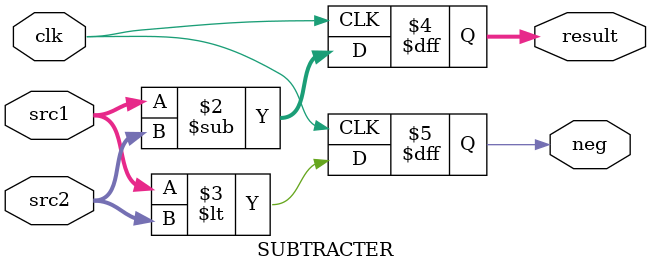
<source format=v>
module SUBTRACTER(
	input wire clk,
	input wire [7:0] src1,
	input wire [7:0] src2,
	output reg [15:0] result,
	output reg neg
);



always@(posedge clk) begin
	result = src1 - src2;
	neg = src1 < src2;
end


endmodule

</source>
